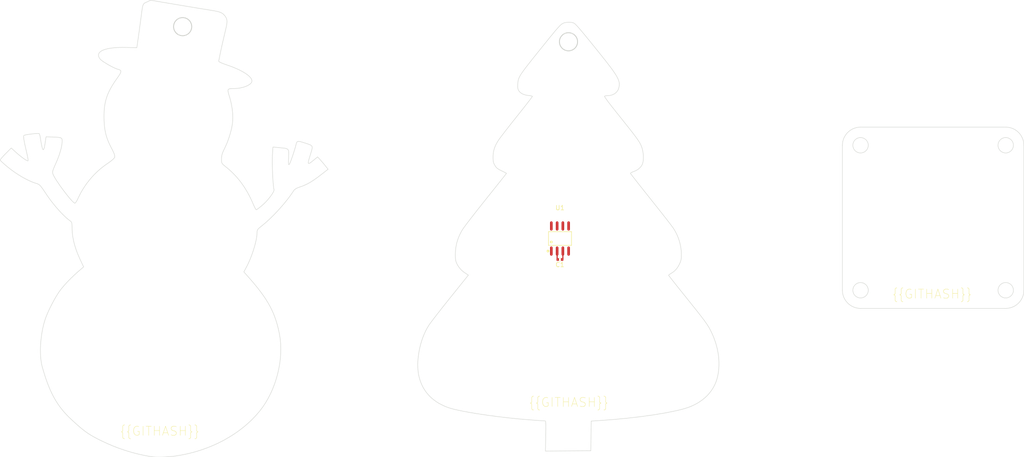
<source format=kicad_pcb>
(kicad_pcb (version 20221018) (generator pcbnew)
  (layers (0 "F.Cu" signal) (31 "B.Cu" signal) (34 "B.Paste" user) (35 "F.Paste" user) (36 "B.SilkS" user "B.Silkscreen") (37 "F.SilkS" user "F.Silkscreen") (38 "B.Mask" user) (39 "F.Mask" user) (44 "Edge.Cuts" user))
  (net 0 "")
  (net 1 "tx")
  (net 2 "gnd")
  (net 3 "vcc")
  (net 4 "rx")
  (net 5 "canh")
  (net 6 "canl")
  (net 7 "vref")
  (footprint "lib:C0402" (layer "F.Cu") (at 159.342691 106.996775 180)
    (fp_text reference "C1" (at 0 -1.16) (layer "F.SilkS"))
    (fp_text value "16V 100nF X7R ±10% 0402  Multilayer Ceramic Capacitors MLCC - SMD/SMT ROHS")
    (fp_line (start -0.107836 -0.36) (end 0.107836 -0.36) (stroke (width 0.12)) (layer "F.SilkS"))
    (fp_line (start -0.107836 0.36) (end 0.107836 0.36) (stroke (width 0.12)) (layer "F.SilkS"))
    (pad "1" smd roundrect (at -0.48 0 180) (size 0.56 0.62) (layers "F.Cu" "F.Paste" "F.Mask") (net 3 "vcc"))
    (pad "2" smd roundrect (at 0.48 0 180) (size 0.56 0.62) (layers "F.Cu" "F.Paste" "F.Mask") (net 2 "gnd"))
  )
  (footprint "lib:SOIC-8_L4.9-W3.9-P1.27-LS6.0-BL" (layer "F.Cu") (at 159.355 102.37)
    (fp_text reference "U1" (at 0 -6.77) (layer "F.SilkS"))
    (fp_text value "")
    (fp_line (start -2.53 -1.52) (end 2.53 -1.52) (stroke (width 0.15)) (layer "F.SilkS"))
    (fp_line (start -2.53 1.52) (end -2.53 -1.52) (stroke (width 0.15)) (layer "F.SilkS"))
    (fp_line (start 2.53 -1.52) (end 2.53 1.52) (stroke (width 0.15)) (layer "F.SilkS"))
    (fp_line (start 2.53 1.52) (end -2.53 1.52) (stroke (width 0.15)) (layer "F.SilkS"))
    (fp_circle (center -2.65 2.77) (end -2.5 2.77) (stroke (width 0.3)) (fill none) (layer "F.SilkS"))
    (fp_circle (center -1.91 0.77) (end -1.76 0.77) (stroke (width 0.3)) (fill none) (layer "F.SilkS"))
    (pad "1" smd oval (at -1.91 2.77) (size 0.59 2.05) (layers "F.Cu" "F.Paste" "F.Mask") (net 1 "tx"))
    (pad "2" smd oval (at -0.63 2.77) (size 0.59 2.05) (layers "F.Cu" "F.Paste" "F.Mask") (net 2 "gnd"))
    (pad "3" smd oval (at 0.63 2.77) (size 0.59 2.05) (layers "F.Cu" "F.Paste" "F.Mask") (net 3 "vcc"))
    (pad "4" smd oval (at 1.9 2.77) (size 0.59 2.05) (layers "F.Cu" "F.Paste" "F.Mask") (net 4 "rx"))
    (pad "5" smd oval (at 1.9 -2.77) (size 0.59 2.05) (layers "F.Cu" "F.Paste" "F.Mask") (net 7 "vref"))
    (pad "6" smd oval (at 0.63 -2.77) (size 0.59 2.05) (layers "F.Cu" "F.Paste" "F.Mask") (net 6 "canl"))
    (pad "7" smd oval (at -0.63 -2.77) (size 0.59 2.05) (layers "F.Cu" "F.Paste" "F.Mask") (net 5 "canh"))
    (pad "8" smd oval (at -1.91 -2.77) (size 0.59 2.05) (layers "F.Cu" "F.Paste" "F.Mask") (net 2 "gnd"))
  )
  (gr_circle (center 225.62 81.79) (end 227.32 81.79) (stroke (width 0.1)) (fill none) (layer "Edge.Cuts"))
  (gr_circle (center 257.62 113.79) (end 259.32 113.79) (stroke (width 0.1)) (fill none) (layer "Edge.Cuts"))
  (gr_circle (center 257.62 81.79) (end 259.32 81.79) (stroke (width 0.1)) (fill none) (layer "Edge.Cuts"))
  (gr_poly (pts (xy 75.142222 50.797022) (xy 79.756606 51.568267) (xy 82.366969 51.99203) (xy 83.019066 52.095762) (xy 83.303876 52.146979) (xy 83.563537 52.198618) (xy 83.799806 52.251323) (xy 84.01444 52.305736) (xy 84.209196 52.362498) (xy 84.385831 52.422252) (xy 84.546102 52.485641) (xy 84.691766 52.553306) (xy 84.824581 52.62589) (xy 84.946303 52.704035) (xy 85.05869 52.788383) (xy 85.163499 52.879577) (xy 85.262486 52.978258) (xy 85.357409 53.08507) (xy 85.479286 53.234958) (xy 85.586233 53.378736) (xy 85.634185 53.44915) (xy 85.678498 53.519015) (xy 85.719202 53.588656) (xy 85.75633 53.658402) (xy 85.789911 53.728576) (xy 85.819976 53.799506) (xy 85.846558 53.871517) (xy 85.869686 53.944936) (xy 85.889392 54.020089) (xy 85.905707 54.097301) (xy 85.918662 54.176899) (xy 85.928287 54.259209) (xy 85.934615 54.344557) (xy 85.937675 54.433269) (xy 85.937499 54.525672) (xy 85.934119 54.62209) (xy 85.927564 54.722851) (xy 85.917866 54.82828) (xy 85.889166 55.054449) (xy 85.848266 55.303204) (xy 85.795414 55.577155) (xy 85.730859 55.878909) (xy 85.654849 56.211077) (xy 84.878546 59.55341) (xy 84.657875 60.550977) (xy 84.450892 61.532488) (xy 84.331406 62.116419) (xy 84.229648 62.629765) (xy 84.15639 63.017063) (xy 84.122409 63.222849) (xy 84.123062 63.236814) (xy 84.127967 63.251873) (xy 84.137065 63.268001) (xy 84.150302 63.285171) (xy 84.167619 63.303357) (xy 84.188962 63.322534) (xy 84.214273 63.342674) (xy 84.243497 63.363751) (xy 84.313454 63.408613) (xy 84.398381 63.456909) (xy 84.497828 63.50843) (xy 84.611342 63.562966) (xy 84.738473 63.620306) (xy 84.878767 63.680241) (xy 85.031775 63.742561) (xy 85.197043 63.807056) (xy 85.374121 63.873515) (xy 85.562558 63.94173) (xy 85.7619 64.011489) (xy 85.971698 64.082583) (xy 86.585981 64.296029) (xy 87.172975 64.516947) (xy 87.730729 64.744054) (xy 88.257293 64.976069) (xy 88.75072 65.211708) (xy 89.209058 65.449689) (xy 89.63036 65.68873) (xy 90.012676 65.927548) (xy 90.354056 66.16486) (xy 90.652552 66.399385) (xy 90.906214 66.629839) (xy 91.113092 66.85494) (xy 91.271238 67.073405) (xy 91.378702 67.283953) (xy 91.412819 67.385857) (xy 91.433535 67.485301) (xy 91.440605 67.582123) (xy 91.433787 67.676165) (xy 91.41712 67.753004) (xy 91.390362 67.829368) (xy 91.35383 67.905131) (xy 91.307839 67.980165) (xy 91.252707 68.054343) (xy 91.188749 68.12754) (xy 91.116281 68.199626) (xy 91.03562 68.270477) (xy 90.947082 68.339964) (xy 90.850984 68.407961) (xy 90.747641 68.47434) (xy 90.637371 68.538975) (xy 90.520488 68.601739) (xy 90.39731 68.662505) (xy 90.268153 68.721145) (xy 90.133332 68.777534) (xy 89.993165 68.831543) (xy 89.847967 68.883047) (xy 89.543745 68.978027) (xy 89.223197 69.06146) (xy 88.888852 69.132329) (xy 88.54324 69.189618) (xy 88.188892 69.232313) (xy 88.009232 69.24787) (xy 87.828337 69.259397) (xy 87.646523 69.266767) (xy 87.464106 69.269854) (xy 87.202959 69.272042) (xy 86.97453 69.277492) (xy 86.777472 69.288473) (xy 86.690288 69.296746) (xy 86.610443 69.307253) (xy 86.537768 69.320276) (xy 86.472096 69.3361) (xy 86.413258 69.355009) (xy 86.361087 69.377285) (xy 86.315414 69.403211) (xy 86.276071 69.433073) (xy 86.24289 69.467154) (xy 86.215703 69.505736) (xy 86.194342 69.549103) (xy 86.178638 69.59754) (xy 86.168424 69.65133) (xy 86.163532 69.710755) (xy 86.163793 69.776101) (xy 86.169039 69.847649) (xy 86.179102 69.925685) (xy 86.193814 70.010491) (xy 86.236514 70.20155) (xy 86.295792 70.423093) (xy 86.370304 70.677389) (xy 86.458705 70.966708) (xy 86.582128 71.384478) (xy 86.694998 71.803093) (xy 86.797211 72.221567) (xy 86.888665 72.638919) (xy 86.969257 73.054166) (xy 87.038885 73.466323) (xy 87.097447 73.874409) (xy 87.144838 74.277439) (xy 87.180958 74.674432) (xy 87.205702 75.064404) (xy 87.21897 75.446371) (xy 87.220657 75.819352) (xy 87.210662 76.182361) (xy 87.188881 76.534418) (xy 87.155212 76.874538) (xy 87.109553 77.201739) (xy 86.986123 77.871628) (xy 86.830027 78.558912) (xy 86.643845 79.255662) (xy 86.430157 79.953949) (xy 86.19154 80.645848) (xy 85.930575 81.323429) (xy 85.649841 81.978766) (xy 85.351916 82.60393) (xy 85.189192 82.938586) (xy 85.118752 83.093315) (xy 85.055229 83.240939) (xy 84.998352 83.382431) (xy 84.947849 83.518761) (xy 84.903447 83.650903) (xy 84.864875 83.779828) (xy 84.831859 83.906506) (xy 84.804129 84.031911) (xy 84.781412 84.157013) (xy 84.763435 84.282785) (xy 84.749927 84.410197) (xy 84.740615 84.540223) (xy 84.735228 84.673833) (xy 84.733493 84.811999) (xy 84.736223 85.129082) (xy 84.741369 85.261496) (xy 84.750575 85.379459) (xy 84.764997 85.485194) (xy 84.774524 85.534172) (xy 84.785789 85.580928) (xy 84.798934 85.625739) (xy 84.814106 85.668884) (xy 84.831447 85.710641) (xy 84.851104 85.751288) (xy 84.873219 85.791103) (xy 84.897937 85.830364) (xy 84.925403 85.869349) (xy 84.955761 85.908337) (xy 84.989155 85.947605) (xy 85.02573 85.987432) (xy 85.109 86.069873) (xy 85.206725 86.157886) (xy 85.320061 86.253696) (xy 85.598185 86.477602) (xy 86.096863 86.886277) (xy 86.577755 87.306529) (xy 87.04138 87.739064) (xy 87.488258 88.184586) (xy 87.918909 88.6438) (xy 88.333852 89.117412) (xy 88.733607 89.606125) (xy 89.118694 90.110646) (xy 89.489632 90.631678) (xy 89.846941 91.169927) (xy 90.19114 91.726098) (xy 90.52275 92.300895) (xy 90.84229 92.895024) (xy 91.150279 93.509189) (xy 91.447237 94.144095) (xy 91.733683 94.800448) (xy 91.84059 95.047283) (xy 91.945802 95.277558) (xy 92.046625 95.486234) (xy 92.140364 95.668271) (xy 92.224324 95.818627) (xy 92.295813 95.932265) (xy 92.326039 95.973739) (xy 92.352136 96.004143) (xy 92.373767 96.022848) (xy 92.382804 96.027616) (xy 92.390597 96.029223) (xy 92.399173 96.028006) (xy 92.410522 96.024397) (xy 92.441219 96.010237) (xy 92.482045 95.987221) (xy 92.53236 95.955824) (xy 92.591521 95.916524) (xy 92.658887 95.869798) (xy 92.815666 95.755976) (xy 92.997564 95.618173) (xy 93.199447 95.460204) (xy 93.416182 95.285885) (xy 93.642634 95.099032) (xy 93.891007 94.882848) (xy 94.141366 94.648628) (xy 94.390948 94.400061) (xy 94.636991 94.140836) (xy 94.87673 93.874641) (xy 95.107403 93.605164) (xy 95.326247 93.336095) (xy 95.530498 93.071122) (xy 95.717394 92.813933) (xy 95.884171 92.568218) (xy 96.028066 92.337665) (xy 96.146316 92.125962) (xy 96.236159 91.936798) (xy 96.294829 91.773863) (xy 96.311612 91.703383) (xy 96.319566 91.640844) (xy 96.318345 91.586706) (xy 96.307605 91.54143) (xy 96.264441 91.378418) (xy 96.221593 91.121805) (xy 96.138989 90.373142) (xy 96.064068 89.386161) (xy 96.001109 88.251583) (xy 95.954389 87.060129) (xy 95.928186 85.902519) (xy 95.926777 84.869474) (xy 95.95444 84.051714) (xy 96.07471 82.177477) (xy 97.36716 82.304781) (xy 98.13507 82.379263) (xy 98.441266 82.413109) (xy 98.700599 82.449744) (xy 98.916803 82.492956) (xy 99.009898 82.518212) (xy 99.09361 82.546534) (xy 99.168406 82.578395) (xy 99.234753 82.614268) (xy 99.293117 82.654627) (xy 99.343964 82.699946) (xy 99.387763 82.750698) (xy 99.424978 82.807357) (xy 99.456076 82.870396) (xy 99.481525 82.94029) (xy 99.501791 83.017511) (xy 99.51734 83.102533) (xy 99.536155 83.297877) (xy 99.541702 83.530109) (xy 99.537716 83.803018) (xy 99.51607 84.486025) (xy 99.501811 85.019341) (xy 99.495778 85.429631) (xy 99.49953 85.727933) (xy 99.505563 85.838537) (xy 99.514626 85.925284) (xy 99.526915 85.989553) (xy 99.542625 86.032723) (xy 99.551823 86.046828) (xy 99.56195 86.056175) (xy 99.573029 86.060938) (xy 99.585085 86.061289) (xy 99.612224 86.049443) (xy 99.643564 86.022019) (xy 99.679299 85.980395) (xy 99.719623 85.925951) (xy 99.770963 85.835961) (xy 99.83738 85.6921) (xy 100.00736 85.267042) (xy 100.213404 84.699332) (xy 100.439353 84.037526) (xy 100.669049 83.330178) (xy 100.886332 82.625845) (xy 101.075044 81.973082) (xy 101.219027 81.420443) (xy 101.232451 81.367288) (xy 101.246658 81.317349) (xy 101.261814 81.270604) (xy 101.278084 81.227032) (xy 101.295634 81.186611) (xy 101.314631 81.149321) (xy 101.33524 81.115138) (xy 101.357628 81.084043) (xy 101.381959 81.056013) (xy 101.4084 81.031027) (xy 101.437117 81.009064) (xy 101.468275 80.990102) (xy 101.502041 80.974119) (xy 101.538581 80.961095) (xy 101.578059 80.951007) (xy 101.620643 80.943835) (xy 101.666497 80.939556) (xy 101.715788 80.938149) (xy 101.768682 80.939594) (xy 101.825345 80.943867) (xy 101.885942 80.950949) (xy 101.950639 80.960817) (xy 102.019603 80.97345) (xy 102.092998 80.988826) (xy 102.170992 81.006924) (xy 102.253749 81.027723) (xy 102.434219 81.077337) (xy 102.635734 81.137495) (xy 102.859622 81.208025) (xy 103.581471 81.438726) (xy 103.868146 81.535185) (xy 104.108644 81.625316) (xy 104.212356 81.669476) (xy 104.305459 81.713816) (xy 104.388264 81.758923) (xy 104.461082 81.805384) (xy 104.524226 81.853787) (xy 104.578006 81.904719) (xy 104.622735 81.958768) (xy 104.658725 82.01652) (xy 104.686285 82.078563) (xy 104.705729 82.145484) (xy 104.717368 82.217871) (xy 104.721513 82.296311) (xy 104.718476 82.381392) (xy 104.708568 82.4737) (xy 104.692102 82.573823) (xy 104.669388 82.682348) (xy 104.606464 82.926954) (xy 104.522289 83.212218) (xy 104.300158 83.92351) (xy 104.076968 84.658354) (xy 103.993442 84.95378) (xy 103.929762 85.203046) (xy 103.886777 85.407528) (xy 103.865337 85.568604) (xy 103.862962 85.633296) (xy 103.866292 85.687652) (xy 103.875434 85.731846) (xy 103.890492 85.766049) (xy 103.911574 85.790433) (xy 103.938786 85.805172) (xy 103.972234 85.810436) (xy 104.012025 85.806398) (xy 104.058263 85.79323) (xy 104.111056 85.771105) (xy 104.236732 85.700671) (xy 104.3899 85.596472) (xy 104.571411 85.459887) (xy 105.02286 85.095065) (xy 105.918216 84.355181) (xy 106.388476 84.86751) (xy 106.496975 84.987739) (xy 106.625318 85.133369) (xy 106.92254 85.478508) (xy 107.242155 85.858286) (xy 107.546176 86.22806) (xy 108.2336 87.076296) (xy 106.72333 88.254687) (xy 106.031007 88.783192) (xy 105.392025 89.245391) (xy 105.089314 89.453516) (xy 104.796071 89.647331) (xy 104.511007 89.827593) (xy 104.232833 89.995056) (xy 103.960259 90.150478) (xy 103.691998 90.294613) (xy 103.426759 90.428217) (xy 103.163254 90.552046) (xy 102.900193 90.666855) (xy 102.636288 90.773401) (xy 102.370249 90.872439) (xy 102.100787 90.964724) (xy 101.955978 91.013649) (xy 101.818902 91.062832) (xy 101.689432 91.112348) (xy 101.567439 91.162273) (xy 101.452795 91.212683) (xy 101.345371 91.263651) (xy 101.245039 91.315254) (xy 101.151671 91.367567) (xy 101.065138 91.420665) (xy 100.985313 91.474624) (xy 100.912065 91.529517) (xy 100.845269 91.585421) (xy 100.784794 91.642412) (xy 100.730512 91.700563) (xy 100.682296 91.759951) (xy 100.640017 91.82065) (xy 100.313962 92.312951) (xy 99.958065 92.82026) (xy 99.575318 93.339289) (xy 99.168711 93.866747) (xy 98.741234 94.399346) (xy 98.295878 94.933795) (xy 97.835635 95.466804) (xy 97.363494 95.995083) (xy 96.882446 96.515343) (xy 96.395482 97.024295) (xy 95.905593 97.518647) (xy 95.415769 97.995111) (xy 94.929002 98.450396) (xy 94.44828 98.881213) (xy 93.976596 99.284272) (xy 93.51694 99.656283) (xy 93.364132 99.777198) (xy 93.228349 99.887118) (xy 93.108601 99.987555) (xy 93.003899 100.080022) (xy 92.913256 100.166032) (xy 92.835682 100.247098) (xy 92.770188 100.324733) (xy 92.741662 100.362737) (xy 92.715786 100.40045) (xy 92.692435 100.438062) (xy 92.671487 100.475762) (xy 92.652817 100.513738) (xy 92.636302 100.552181) (xy 92.621819 100.591279) (xy 92.609244 100.631221) (xy 92.589322 100.714395) (xy 92.575548 100.803215) (xy 92.566934 100.899195) (xy 92.56249 101.003847) (xy 92.561229 101.118685) (xy 92.548214 101.459191) (xy 92.510172 101.840399) (xy 92.448603 102.257479) (xy 92.365007 102.705605) (xy 92.260885 103.179948) (xy 92.137739 103.675679) (xy 91.997068 104.187971) (xy 91.840373 104.711996) (xy 91.669155 105.242926) (xy 91.484915 105.775933) (xy 91.289154 106.306188) (xy 91.083372 106.828864) (xy 90.86907 107.339132) (xy 90.647749 107.832164) (xy 90.420909 108.303133) (xy 90.190051 108.74721) (xy 89.658061 109.729433) (xy 90.799319 111.025652) (xy 91.552256 111.894452) (xy 92.247519 112.726345) (xy 92.887901 113.52649) (xy 93.476195 114.300047) (xy 94.015193 115.052178) (xy 94.507688 115.788042) (xy 94.956473 116.5128) (xy 95.364341 117.231612) (xy 95.734083 117.949638) (xy 96.068493 118.672038) (xy 96.370364 119.403974) (xy 96.642488 120.150605) (xy 96.887657 120.917091) (xy 97.108665 121.708593) (xy 97.308304 122.530271) (xy 97.489367 123.387286) (xy 97.659586 124.435519) (xy 97.764545 125.512723) (xy 97.805707 126.613102) (xy 97.784533 127.73086) (xy 97.702485 128.860202) (xy 97.561026 129.995332) (xy 97.361618 131.130454) (xy 97.105722 132.259774) (xy 96.794801 133.377494) (xy 96.430316 134.47782) (xy 96.01373 135.554956) (xy 95.546505 136.603107) (xy 95.030102 137.616476) (xy 94.465984 138.589268) (xy 93.855613 139.515689) (xy 93.20045 140.389941) (xy 92.386005 141.350273) (xy 91.510226 142.273552) (xy 90.576227 143.158109) (xy 89.587122 144.002278) (xy 88.546024 144.80439) (xy 87.456048 145.562779) (xy 86.320308 146.275777) (xy 85.141916 146.941716) (xy 83.923988 147.558929) (xy 82.669636 148.125749) (xy 81.381976 148.640508) (xy 80.06412 149.101539) (xy 78.719182 149.507174) (xy 77.350277 149.855747) (xy 75.960518 150.145589) (xy 74.553019 150.375033) (xy 73.862872 150.459306) (xy 73.131633 150.525975) (xy 72.383923 150.574372) (xy 71.644361 150.603827) (xy 70.93757 150.613671) (xy 70.288169 150.603235) (xy 69.720779 150.57185) (xy 69.475532 150.548093) (xy 69.26002 150.518847) (xy 69.260051 150.518832) (xy 67.831835 150.262486) (xy 66.416949 149.953785) (xy 65.016193 149.592984) (xy 63.630368 149.180338) (xy 62.260274 148.716103) (xy 60.90671 148.200532) (xy 59.570477 147.633881) (xy 58.252375 147.016405) (xy 57.283074 146.528505) (xy 56.847829 146.298277) (xy 56.438641 146.072324) (xy 56.050351 145.846994) (xy 55.6778 145.618633) (xy 55.315827 145.383588) (xy 54.959273 145.138205) (xy 54.602979 144.87883) (xy 54.241783 144.601811) (xy 53.870528 144.303492) (xy 53.484054 143.980222) (xy 52.644807 143.244211) (xy 51.682765 142.36455) (xy 51.097036 141.804159) (xy 50.54538 141.238954) (xy 50.025658 140.665073) (xy 49.535731 140.078649) (xy 49.07346 139.475819) (xy 48.636705 138.852719) (xy 48.223328 138.205483) (xy 47.831189 137.530249) (xy 47.458149 136.823151) (xy 47.10207 136.080325) (xy 46.760812 135.297907) (xy 46.432236 134.472032) (xy 46.114202 133.598836) (xy 45.804573 132.674455) (xy 45.501208 131.695024) (xy 45.201968 130.656679) (xy 45.078569 130.147371) (xy 44.978794 129.594224) (xy 44.90231 129.00242) (xy 44.848785 128.377144) (xy 44.817886 127.723579) (xy 44.809281 127.046907) (xy 44.822637 126.352311) (xy 44.857621 125.644974) (xy 44.913901 124.93008) (xy 44.991145 124.212811) (xy 45.089019 123.498351) (xy 45.207191 122.791883) (xy 45.345328 122.098589) (xy 45.503099 121.423652) (xy 45.68017 120.772256) (xy 45.876208 120.149584) (xy 46.005143 119.787909) (xy 46.154924 119.401263) (xy 46.508073 118.570286) (xy 46.917749 117.69111) (xy 47.366047 116.79819) (xy 47.83506 115.92598) (xy 48.306883 115.108937) (xy 48.76361 114.381515) (xy 48.980717 114.062179) (xy 49.187335 113.77817) (xy 49.387433 113.519297) (xy 49.599256 113.255538) (xy 50.056372 112.715109) (xy 50.555279 112.160374) (xy 51.092575 111.594824) (xy 51.664855 111.021952) (xy 52.268718 110.445248) (xy 52.900758 109.868205) (xy 53.557574 109.294314) (xy 54.329783 108.634142) (xy 53.616031 107.110232) (xy 53.390001 106.6154) (xy 53.179365 106.128819) (xy 52.984012 105.650049) (xy 52.803829 105.178652) (xy 52.638704 104.71419) (xy 52.488525 104.256224) (xy 52.353181 103.804315) (xy 52.232559 103.358025) (xy 52.126547 102.916915) (xy 52.035034 102.480548) (xy 51.957906 102.048484) (xy 51.895053 101.620284) (xy 51.846363 101.195511) (xy 51.811722 100.773726) (xy 51.79102 100.35449) (xy 51.784144 99.937365) (xy 51.780657 99.620612) (xy 51.776007 99.482669) (xy 51.769161 99.357285) (xy 51.759927 99.243666) (xy 51.748111 99.141014) (xy 51.733519 99.048534) (xy 51.715958 98.96543) (xy 51.695233 98.890904) (xy 51.671153 98.824161) (xy 51.643523 98.764406) (xy 51.612149 98.71084) (xy 51.576839 98.662669) (xy 51.537399 98.619096) (xy 51.493635 98.579325) (xy 51.445353 98.542559) (xy 51.149902 98.324092) (xy 50.839064 98.073347) (xy 50.514896 97.792628) (xy 50.179453 97.484238) (xy 49.834791 97.150482) (xy 49.482966 96.793665) (xy 49.126033 96.41609) (xy 48.766047 96.020062) (xy 48.405065 95.607885) (xy 48.045142 95.181864) (xy 47.688333 94.744302) (xy 47.336694 94.297504) (xy 46.992281 93.843774) (xy 46.657149 93.385417) (xy 46.333354 92.924737) (xy 46.022952 92.464037) (xy 45.611719 91.844971) (xy 45.279782 91.362091) (xy 45.137757 91.165551) (xy 45.008606 90.995655) (xy 44.89001 90.849933) (xy 44.779654 90.725918) (xy 44.675221 90.621143) (xy 44.574392 90.533138) (xy 44.474852 90.459437) (xy 44.374284 90.397571) (xy 44.27037 90.345073) (xy 44.160793 90.299474) (xy 44.043237 90.258307) (xy 43.915385 90.219103) (xy 43.593888 90.117525) (xy 43.255864 89.996009) (xy 42.903268 89.855657) (xy 42.538058 89.697573) (xy 42.162189 89.522858) (xy 41.777618 89.332616) (xy 41.386301 89.127951) (xy 40.990194 88.909964) (xy 40.591254 88.679759) (xy 40.191438 88.438438) (xy 39.792701 88.187105) (xy 39.396999 87.926862) (xy 39.00629 87.658812) (xy 38.622529 87.384058) (xy 38.247673 87.103703) (xy 37.883677 86.81885) (xy 37.49456 86.502783) (xy 37.131548 86.199554) (xy 36.802586 85.916398) (xy 36.515619 85.660548) (xy 36.278593 85.439239) (xy 36.099452 85.259705) (xy 36.034071 85.187865) (xy 35.986141 85.129182) (xy 35.956654 85.08456) (xy 35.946605 85.054903) (xy 35.948192 85.042433) (xy 35.952903 85.026953) (xy 35.971384 84.987332) (xy 36.001425 84.936776) (xy 36.042403 84.876021) (xy 36.093695 84.805804) (xy 36.154681 84.726859) (xy 36.224736 84.639924) (xy 36.303239 84.545735) (xy 36.389567 84.445026) (xy 36.483097 84.338536) (xy 36.689276 84.11115) (xy 36.916796 83.869466) (xy 37.037003 83.745102) (xy 37.160678 83.619372) (xy 38.374759 82.395922) (xy 39.365809 83.301684) (xy 39.814301 83.698656) (xy 40.266196 84.075272) (xy 40.704205 84.419302) (xy 41.111041 84.718514) (xy 41.469414 84.960676) (xy 41.625024 85.056541) (xy 41.762035 85.133557) (xy 41.878286 85.190195) (xy 41.971615 85.224926) (xy 42.039863 85.236222) (xy 42.063905 85.232603) (xy 42.080867 85.222552) (xy 42.085566 85.215268) (xy 42.089233 85.203934) (xy 42.093537 85.169549) (xy 42.093921 85.120268) (xy 42.090523 85.056964) (xy 42.083485 84.98051) (xy 42.072948 84.891778) (xy 42.059051 84.79164) (xy 42.041937 84.68097) (xy 41.998614 84.43152) (xy 41.944105 84.150408) (xy 41.879534 83.844615) (xy 41.806025 83.52112) (xy 41.578977 82.541169) (xy 41.399614 81.732306) (xy 41.265507 81.079136) (xy 41.174225 80.56626) (xy 41.123338 80.17828) (xy 41.112283 80.026315) (xy 41.110416 79.899799) (xy 41.117432 79.796809) (xy 41.133029 79.71542) (xy 41.156901 79.653706) (xy 41.188746 79.609743) (xy 41.213078 79.592846) (xy 41.252556 79.575085) (xy 41.372962 79.537437) (xy 41.541984 79.497733) (xy 41.751641 79.456905) (xy 42.26094 79.37561) (xy 42.837013 79.301016) (xy 43.416018 79.240586) (xy 43.934111 79.201782) (xy 44.150364 79.192822) (xy 44.327447 79.192067) (xy 44.45738 79.20045) (xy 44.532183 79.218905) (xy 44.538527 79.223215) (xy 44.545097 79.229471) (xy 44.551878 79.23762) (xy 44.558855 79.247608) (xy 44.573336 79.272888) (xy 44.588416 79.304879) (xy 44.603974 79.343154) (xy 44.619887 79.387282) (xy 44.636031 79.436835) (xy 44.652284 79.491383) (xy 44.668525 79.550496) (xy 44.684629 79.613746) (xy 44.700475 79.680703) (xy 44.715939 79.750937) (xy 44.7309 79.82402) (xy 44.745234 79.899521) (xy 44.75882 79.977012) (xy 44.771533 80.056063) (xy 44.946351 81.130774) (xy 45.025944 81.564983) (xy 45.101061 81.931234) (xy 45.172253 82.230134) (xy 45.24007 82.462288) (xy 45.305063 82.628302) (xy 45.336673 82.686696) (xy 45.367783 82.728781) (xy 45.398463 82.754634) (xy 45.428781 82.764331) (xy 45.458807 82.757947) (xy 45.488608 82.735557) (xy 45.518254 82.697238) (xy 45.547814 82.643066) (xy 45.606951 82.487462) (xy 45.666568 82.269351) (xy 45.727218 81.98934) (xy 45.78945 81.648032) (xy 45.853816 81.246035) (xy 46.055377 79.918581) (xy 47.417926 79.96628) (xy 48.109143 79.993687) (xy 48.392021 80.009194) (xy 48.636741 80.027435) (xy 48.846051 80.049559) (xy 49.022696 80.076715) (xy 49.169424 80.110051) (xy 49.288982 80.150717) (xy 49.339431 80.174158) (xy 49.384117 80.199861) (xy 49.423385 80.227972) (xy 49.457577 80.258632) (xy 49.487036 80.291987) (xy 49.512107 80.32818) (xy 49.533132 80.367353) (xy 49.550455 80.409652) (xy 49.575367 80.504197) (xy 49.589592 80.612965) (xy 49.595876 80.737105) (xy 49.596965 80.877764) (xy 49.590289 81.099803) (xy 49.571905 81.336737) (xy 49.542029 81.587807) (xy 49.500879 81.852253) (xy 49.448672 82.129318) (xy 49.385623 82.418243) (xy 49.311951 82.718269) (xy 49.227873 83.028637) (xy 49.133604 83.34859) (xy 49.029362 83.677367) (xy 48.915364 84.014212) (xy 48.791827 84.358364) (xy 48.658967 84.709065) (xy 48.517002 85.065558) (xy 48.366148 85.427082) (xy 48.206622 85.792879) (xy 47.949769 86.374791) (xy 47.755997 86.832451) (xy 47.68104 87.021721) (xy 47.619784 87.188367) (xy 47.571537 87.335205) (xy 47.535609 87.465048) (xy 47.511311 87.580709) (xy 47.497952 87.685002) (xy 47.494842 87.78074) (xy 47.501291 87.870737) (xy 47.516609 87.957807) (xy 47.540106 88.044763) (xy 47.571091 88.134418) (xy 47.608874 88.229586) (xy 47.761079 88.551834) (xy 47.975096 88.939463) (xy 48.241913 89.380584) (xy 48.55252 89.863307) (xy 49.269066 90.905997) (xy 50.052651 91.972411) (xy 50.831193 92.967426) (xy 51.196047 93.408433) (xy 51.532609 93.795921) (xy 51.831869 94.117998) (xy 52.084818 94.362774) (xy 52.282443 94.518359) (xy 52.357694 94.558989) (xy 52.415736 94.572863) (xy 52.426811 94.571375) (xy 52.439084 94.56696) (xy 52.452509 94.559691) (xy 52.467041 94.549641) (xy 52.482633 94.536883) (xy 52.499239 94.521489) (xy 52.516813 94.503532) (xy 52.535309 94.483086) (xy 52.574881 94.435018) (xy 52.617586 94.377866) (xy 52.663055 94.312214) (xy 52.710918 94.238646) (xy 52.760808 94.157745) (xy 52.812354 94.070093) (xy 52.865187 93.976276) (xy 52.918939 93.876875) (xy 52.97324 93.772474) (xy 53.02772 93.663657) (xy 53.082012 93.551007) (xy 53.135745 93.435107) (xy 53.405424 92.869327) (xy 53.69623 92.311615) (xy 54.007442 91.76282) (xy 54.338342 91.223792) (xy 54.688208 90.695381) (xy 55.05632 90.178436) (xy 55.441958 89.673808) (xy 55.844402 89.182347) (xy 56.262932 88.704901) (xy 56.696828 88.242322) (xy 57.145369 87.795459) (xy 57.607836 87.365163) (xy 58.083508 86.952281) (xy 58.571665 86.557666) (xy 59.071586 86.182166) (xy 59.582553 85.826632) (xy 59.914962 85.598282) (xy 60.214172 85.3804) (xy 60.477869 85.17504) (xy 60.595674 85.077698) (xy 60.703732 84.984257) (xy 60.801753 84.894974) (xy 60.889447 84.810106) (xy 60.966524 84.72991) (xy 61.032694 84.654642) (xy 61.087669 84.584559) (xy 61.131158 84.519919) (xy 61.162872 84.460977) (xy 61.182521 84.407992) (xy 61.189444 84.378526) (xy 61.194656 84.347449) (xy 61.198136 84.314702) (xy 61.199864 84.280227) (xy 61.197977 84.205863) (xy 61.188829 84.123892) (xy 61.172254 84.033852) (xy 61.148084 83.935279) (xy 61.116154 83.82771) (xy 61.076297 83.71068) (xy 61.028345 83.583727) (xy 60.972134 83.446388) (xy 60.907495 83.298197) (xy 60.834263 83.138693) (xy 60.75227 82.967412) (xy 60.661351 82.783889) (xy 60.561339 82.587662) (xy 60.452067 82.378268) (xy 60.237971 81.961359) (xy 60.041673 81.555601) (xy 59.862568 81.158484) (xy 59.700049 80.767498) (xy 59.553508 80.380135) (xy 59.422339 79.993885) (xy 59.305935 79.60624) (xy 59.203689 79.21469) (xy 59.114995 78.816725) (xy 59.039245 78.409838) (xy 58.975833 77.991518) (xy 58.924151 77.559256) (xy 58.883594 77.110544) (xy 58.853553 76.642872) (xy 58.833423 76.153731) (xy 58.822596 75.640612) (xy 58.82378 75.019765) (xy 58.843433 74.425285) (xy 58.882591 73.854032) (xy 58.942291 73.302869) (xy 59.023569 72.768658) (xy 59.127459 72.248262) (xy 59.255 71.738542) (xy 59.407225 71.236361) (xy 59.585172 70.73858) (xy 59.789877 70.242062) (xy 60.022374 69.743669) (xy 60.283701 69.240263) (xy 60.574893 68.728705) (xy 60.896986 68.205859) (xy 61.251015 67.668586) (xy 61.638018 67.113749) (xy 61.84244 66.825076) (xy 62.020375 66.566593) (xy 62.17201 66.336298) (xy 62.29753 66.132187) (xy 62.397121 65.95226) (xy 62.470968 65.794512) (xy 62.498296 65.72333) (xy 62.519258 65.656942) (xy 62.533877 65.595098) (xy 62.542176 65.537547) (xy 62.544179 65.484039) (xy 62.539908 65.434323) (xy 62.529387 65.388151) (xy 62.512639 65.34527) (xy 62.489688 65.305431) (xy 62.460556 65.268384) (xy 62.425267 65.233878) (xy 62.383844 65.201662) (xy 62.33631 65.171487) (xy 62.282689 65.143103) (xy 62.157276 65.090703) (xy 62.007792 65.042459) (xy 61.834422 64.996371) (xy 61.657986 64.943069) (xy 61.445562 64.862593) (xy 61.203024 64.758325) (xy 60.93625 64.633653) (xy 60.353499 64.336631) (xy 59.744319 63.998608) (xy 59.155721 63.646664) (xy 58.634716 63.307879) (xy 58.414252 63.151884) (xy 58.228316 63.009334) (xy 58.082783 62.883614) (xy 57.983531 62.778109) (xy 57.869943 62.622242) (xy 57.777351 62.470362) (xy 57.705558 62.322559) (xy 57.654369 62.178917) (xy 57.623588 62.039526) (xy 57.613018 61.904471) (xy 57.622463 61.773839) (xy 57.651728 61.647718) (xy 57.700616 61.526195) (xy 57.768931 61.409356) (xy 57.856477 61.297289) (xy 57.963058 61.190081) (xy 58.088479 61.087819) (xy 58.232542 60.99059) (xy 58.395052 60.89848) (xy 58.575812 60.811578) (xy 58.774627 60.72997) (xy 58.991301 60.653743) (xy 59.225638 60.582984) (xy 59.477441 60.51778) (xy 59.746514 60.458218) (xy 60.032661 60.404385) (xy 60.335687 60.356369) (xy 60.655395 60.314256) (xy 60.991589 60.278134) (xy 61.344073 60.248089) (xy 61.712651 60.224208) (xy 62.097127 60.20658) (xy 62.497305 60.195289) (xy 62.912988 60.190424) (xy 63.343981 60.192072) (xy 63.790088 60.20032) (xy 66.056857 60.258219) (xy 66.273486 58.80189) (xy 66.542465 56.891029) (xy 66.884944 54.341891) (xy 67.190183 52.053843) (xy 67.248082 51.679802) (xy 67.303557 51.37005) (xy 67.359078 51.117137) (xy 67.417116 50.913616) (xy 67.48014 50.752035) (xy 67.55062 50.624945) (xy 67.631027 50.524898) (xy 67.72383 50.444442) (xy 67.831501 50.37613) (xy 67.956508 50.312512) (xy 68.268412 50.169558) (xy 69.100734 49.778315)) (stroke (width 0.1)) (fill none) (layer "Edge.Cuts"))
  (gr_arc (start 261.62 113.79) (mid 260.448427 116.618427) (end 257.62 117.79) (stroke (width 0.1)) (layer "Edge.Cuts"))
  (gr_arc (start 225.62 117.79) (mid 222.791573 116.618427) (end 221.62 113.79) (stroke (width 0.1)) (layer "Edge.Cuts"))
  (gr_line (start 261.62 113.79) (end 261.62 81.79) (stroke (width 0.1)) (layer "Edge.Cuts"))
  (gr_circle (center 161.229974 58.946031) (end 163.229974 58.946031) (stroke (width 0.2)) (fill none) (layer "Edge.Cuts"))
  (gr_line (start 221.62 81.79) (end 221.62 113.79) (stroke (width 0.1)) (layer "Edge.Cuts"))
  (gr_arc (start 257.62 77.79) (mid 260.448427 78.961573) (end 261.62 81.79) (stroke (width 0.1)) (layer "Edge.Cuts"))
  (gr_poly (pts (xy 161.429183 54.643361) (xy 161.588699 54.648976) (xy 161.743405 54.660128) (xy 161.8913 54.67685) (xy 162.030385 54.699174) (xy 162.158659 54.727132) (xy 162.274122 54.760758) (xy 162.374774 54.800082) (xy 162.418214 54.822065) (xy 162.465501 54.850416) (xy 162.517128 54.885713) (xy 162.573587 54.928531) (xy 162.702967 55.039035) (xy 162.857578 55.186538) (xy 163.041357 55.37565) (xy 163.258241 55.610981) (xy 163.512165 55.897139) (xy 163.807067 56.238735) (xy 164.146884 56.640378) (xy 164.53555 57.106678) (xy 164.977005 57.642244) (xy 165.475183 58.251687) (xy 166.657456 59.710639) (xy 168.113864 61.520411) (xy 169.490282 63.25197) (xy 170.562092 64.650979) (xy 170.993296 65.243203) (xy 171.359779 65.7732) (xy 171.665351 66.247941) (xy 171.913823 66.674396) (xy 172.109006 67.059535) (xy 172.254708 67.41033) (xy 172.354741 67.733749) (xy 172.412915 68.036764) (xy 172.433041 68.326344) (xy 172.418927 68.609461) (xy 172.374385 68.893084) (xy 172.303226 69.184183) (xy 172.274597 69.278158) (xy 172.242 69.369887) (xy 172.205507 69.459324) (xy 172.165188 69.546423) (xy 172.121114 69.631137) (xy 172.073357 69.713419) (xy 172.021987 69.793223) (xy 171.967076 69.870502) (xy 171.908694 69.945208) (xy 171.846914 70.017296) (xy 171.781806 70.08672) (xy 171.71344 70.153431) (xy 171.641889 70.217383) (xy 171.567223 70.278531) (xy 171.489513 70.336826) (xy 171.408831 70.392223) (xy 171.325247 70.444674) (xy 171.238833 70.494134) (xy 171.14966 70.540554) (xy 171.057799 70.58389) (xy 170.96332 70.624093) (xy 170.866295 70.661118) (xy 170.766796 70.694917) (xy 170.664893 70.725444) (xy 170.560657 70.752652) (xy 170.45416 70.776495) (xy 170.345472 70.796926) (xy 170.234664 70.813898) (xy 170.121809 70.827364) (xy 170.006976 70.837278) (xy 169.890237 70.843593) (xy 169.771663 70.846262) (xy 169.726607 70.847177) (xy 169.681188 70.849133) (xy 169.590479 70.855957) (xy 169.501974 70.8663) (xy 169.418107 70.879728) (xy 169.378675 70.887463) (xy 169.341315 70.895806) (xy 169.306334 70.904703) (xy 169.274034 70.9141) (xy 169.244721 70.923942) (xy 169.218699 70.934176) (xy 169.196272 70.944746) (xy 169.177745 70.955599) (xy 169.171643 70.965792) (xy 169.172154 70.983757) (xy 169.17922 71.009417) (xy 169.192785 71.042693) (xy 169.239181 71.131786) (xy 169.310885 71.250417) (xy 169.407439 71.397965) (xy 169.528385 71.573811) (xy 169.673265 71.777334) (xy 169.841623 72.007915) (xy 170.246938 72.547768) (xy 170.740668 73.18841) (xy 171.319154 73.924882) (xy 171.978732 74.752222) (xy 174.641332 78.093405) (xy 175.537111 79.246786) (xy 176.200008 80.134787) (xy 176.673118 80.816979) (xy 176.99954 81.352933) (xy 177.222371 81.802218) (xy 177.384708 82.224406) (xy 177.462833 82.472098) (xy 177.531331 82.72855) (xy 177.59016 82.991701) (xy 177.639284 83.259489) (xy 177.678662 83.529854) (xy 177.708257 83.800735) (xy 177.728028 84.070071) (xy 177.737937 84.335802) (xy 177.737946 84.595867) (xy 177.728014 84.848205) (xy 177.708104 85.090755) (xy 177.678176 85.321456) (xy 177.638191 85.538248) (xy 177.588111 85.739069) (xy 177.527896 85.92186) (xy 177.457507 86.084559) (xy 177.391656 86.207668) (xy 177.318059 86.327563) (xy 177.236853 86.444134) (xy 177.148173 86.557272) (xy 177.052156 86.666869) (xy 176.948938 86.772814) (xy 176.838657 86.874999) (xy 176.721448 86.973315) (xy 176.597448 87.067652) (xy 176.466794 87.157903) (xy 176.32962 87.243956) (xy 176.186065 87.325705) (xy 176.036265 87.403039) (xy 175.880355 87.475849) (xy 175.718473 87.544027) (xy 175.550754 87.607462) (xy 175.482045 87.632835) (xy 175.415483 87.658969) (xy 175.351405 87.685667) (xy 175.290146 87.712731) (xy 175.23204 87.739963) (xy 175.177423 87.767164) (xy 175.126631 87.794136) (xy 175.079997 87.820681) (xy 175.037859 87.846601) (xy 175.00055 87.871698) (xy 174.968407 87.895773) (xy 174.941764 87.918629) (xy 174.920956 87.940066) (xy 174.90632 87.959888) (xy 174.898189 87.977896) (xy 174.896668 87.986157) (xy 174.8969 87.993891) (xy 174.922027 88.037315) (xy 174.991394 88.135797) (xy 175.25375 88.486297) (xy 176.209258 89.720013) (xy 177.617844 91.508896) (xy 179.333926 93.666804) (xy 181.092323 95.879526) (xy 182.616098 97.817656) (xy 183.742073 99.272256) (xy 184.307071 100.034388) (xy 184.515284 100.360502) (xy 184.7117 100.694247) (xy 184.896111 101.034954) (xy 185.068309 101.381957) (xy 185.228084 101.734588) (xy 185.375229 102.092181) (xy 185.509535 102.454068) (xy 185.630794 102.819582) (xy 185.738797 103.188056) (xy 185.833335 103.558822) (xy 185.914201 103.931214) (xy 185.981186 104.304563) (xy 186.034081 104.678204) (xy 186.072678 105.051468) (xy 186.096768 105.423689) (xy 186.106143 105.794199) (xy 186.105091 106.172735) (xy 186.095928 106.491761) (xy 186.087599 106.633067) (xy 186.076394 106.764426) (xy 186.062032 106.887483) (xy 186.044229 107.003882) (xy 186.022703 107.115265) (xy 185.997171 107.223277) (xy 185.967351 107.329562) (xy 185.932961 107.435763) (xy 185.893716 107.543524) (xy 185.849336 107.654488) (xy 185.744037 107.892603) (xy 185.654537 108.079442) (xy 185.563285 108.257402) (xy 185.469989 108.426825) (xy 185.374358 108.588053) (xy 185.276102 108.741425) (xy 185.174928 108.887283) (xy 185.070547 109.025968) (xy 184.962667 109.15782) (xy 184.850997 109.283181) (xy 184.735246 109.402392) (xy 184.615122 109.515794) (xy 184.490336 109.623727) (xy 184.360596 109.726532) (xy 184.22561 109.824551) (xy 184.085088 109.918125) (xy 183.938739 110.007593) (xy 183.810996 110.084401) (xy 183.691836 110.159793) (xy 183.583867 110.231854) (xy 183.489696 110.298666) (xy 183.41193 110.358313) (xy 183.380014 110.384851) (xy 183.353176 110.408878) (xy 183.331744 110.430155) (xy 183.316042 110.448443) (xy 183.306397 110.463502) (xy 183.303947 110.469746) (xy 183.303134 110.475092) (xy 183.318272 110.503511) (xy 183.362609 110.567965) (xy 183.532916 110.797359) (xy 183.802115 111.148045) (xy 184.158269 111.604794) (xy 185.08369 112.775559) (xy 186.213672 114.187815) (xy 189.362188 118.120691) (xy 190.402126 119.447898) (xy 191.169656 120.462983) (xy 191.727633 121.251467) (xy 192.13891 121.898876) (xy 192.466342 122.490732) (xy 192.772785 123.112559) (xy 193.051147 123.726705) (xy 193.303988 124.346147) (xy 193.531154 124.969731) (xy 193.732492 125.596305) (xy 193.907848 126.224716) (xy 194.05707 126.853811) (xy 194.180003 127.482437) (xy 194.276494 128.109442) (xy 194.346391 128.733673) (xy 194.389538 129.353977) (xy 194.405784 129.969202) (xy 194.394974 130.578194) (xy 194.356955 131.1798) (xy 194.291575 131.772869) (xy 194.198678 132.356247) (xy 194.078113 132.928782) (xy 193.929544 133.476781) (xy 193.74781 134.009233) (xy 193.533455 134.525547) (xy 193.287022 135.025131) (xy 193.009057 135.507395) (xy 192.700103 135.971748) (xy 192.360704 136.4176) (xy 191.991405 136.844359) (xy 191.592749 137.251434) (xy 191.165282 137.638235) (xy 190.709547 138.004171) (xy 190.226087 138.348651) (xy 189.715449 138.671084) (xy 189.178175 138.970879) (xy 188.61481 139.247446) (xy 188.025897 139.500193) (xy 187.387382 139.730873) (xy 186.62691 139.962173) (xy 185.752713 140.192844) (xy 184.773022 140.421641) (xy 182.530085 140.868622) (xy 179.96395 141.293139) (xy 177.140466 141.685214) (xy 174.125485 142.034872) (xy 170.984858 142.332135) (xy 167.784435 142.567026) (xy 166.231372 142.664027) (xy 166.19247 145.936793) (xy 166.153667 149.209559) (xy 161.14812 149.247553) (xy 156.142551 149.285548) (xy 156.211231 145.955256) (xy 156.23825 144.264273) (xy 156.238691 143.682086) (xy 156.22939 143.24944) (xy 156.209575 142.946836) (xy 156.195482 142.838207) (xy 156.178471 142.754778) (xy 156.158445 142.69411) (xy 156.135307 142.653767) (xy 156.108961 142.631312) (xy 156.079311 142.624308) (xy 155.214992 142.57575) (xy 153.588337 142.458798) (xy 151.746032 142.31468) (xy 150.23476 142.184626) (xy 147.951424 141.950142) (xy 145.645248 141.676286) (xy 143.382545 141.373503) (xy 141.229626 141.052239) (xy 139.252805 140.722941) (xy 137.518395 140.396054) (xy 136.092708 140.082025) (xy 135.042056 139.7913) (xy 134.381421 139.556594) (xy 133.752014 139.295735) (xy 133.153989 139.00888) (xy 132.587501 138.696185) (xy 132.052705 138.357807) (xy 131.549756 137.993902) (xy 131.078809 137.604627) (xy 130.64002 137.190138) (xy 130.233542 136.750592) (xy 129.859531 136.286146) (xy 129.518141 135.796955) (xy 129.209529 135.283176) (xy 128.933847 134.744967) (xy 128.691252 134.182482) (xy 128.481899 133.59588) (xy 128.305942 132.985316) (xy 128.169056 132.349397) (xy 128.072975 131.677754) (xy 128.016707 130.975694) (xy 127.999256 130.248525) (xy 128.019631 129.501555) (xy 128.076838 128.740093) (xy 128.169883 127.969445) (xy 128.297773 127.19492) (xy 128.459515 126.421826) (xy 128.654115 125.65547) (xy 128.880581 124.901161) (xy 129.137918 124.164206) (xy 129.425134 123.449914) (xy 129.741235 122.763591) (xy 130.085228 122.110547) (xy 130.456119 121.496088) (xy 130.678839 121.176405) (xy 131.044408 120.681658) (xy 131.533542 120.036727) (xy 132.126955 119.266491) (xy 133.549488 117.449628) (xy 135.157733 115.430109) (xy 139.156955 110.449519) (xy 138.361812 109.926661) (xy 138.191303 109.808793) (xy 138.024907 109.682349) (xy 137.863136 109.547997) (xy 137.706502 109.406407) (xy 137.555518 109.258246) (xy 137.410696 109.104183) (xy 137.27255 108.944887) (xy 137.141591 108.781027) (xy 137.018333 108.613271) (xy 136.903287 108.442289) (xy 136.796967 108.268748) (xy 136.699885 108.093317) (xy 136.612554 107.916666) (xy 136.535485 107.739462) (xy 136.469192 107.562375) (xy 136.414188 107.386072) (xy 136.393025 107.303561) (xy 136.373683 107.213821) (xy 136.356172 107.117074) (xy 136.340506 107.013541) (xy 136.326696 106.903442) (xy 136.314755 106.786999) (xy 136.296527 106.535963) (xy 136.28592 106.262201) (xy 136.28303 105.96748) (xy 136.287955 105.653567) (xy 136.300792 105.32223) (xy 136.322244 104.998512) (xy 136.354436 104.675622) (xy 136.397314 104.353731) (xy 136.450821 104.033012) (xy 136.514903 103.713637) (xy 136.589505 103.395777) (xy 136.67457 103.079605) (xy 136.770045 102.765293) (xy 136.875873 102.453014) (xy 136.991999 102.142939) (xy 137.118369 101.83524) (xy 137.254926 101.53009) (xy 137.401615 101.227661) (xy 137.558383 100.928125) (xy 137.725172 100.631653) (xy 137.901927 100.338419) (xy 138.126212 100.011097) (xy 138.51292 99.483877) (xy 139.040899 98.784161) (xy 139.688993 97.939352) (xy 141.260913 95.92407) (xy 143.059451 93.657252) (xy 146.236175 89.672407) (xy 147.202546 88.449633) (xy 147.557468 87.987986) (xy 147.556054 87.984938) (xy 147.551858 87.980582) (xy 147.535398 87.968089) (xy 147.508643 87.9508) (xy 147.472146 87.929003) (xy 147.372145 87.873051) (xy 147.239832 87.802557) (xy 147.079641 87.719846) (xy 146.896006 87.62724) (xy 146.693363 87.527063) (xy 146.476146 87.421641) (xy 146.164445 87.267635) (xy 146.029652 87.197126) (xy 145.907363 87.129704) (xy 145.796428 87.064435) (xy 145.695696 87.000386) (xy 145.604016 86.936623) (xy 145.520238 86.872216) (xy 145.443212 86.806229) (xy 145.371787 86.737731) (xy 145.304812 86.665788) (xy 145.241137 86.589467) (xy 145.179611 86.507836) (xy 145.119084 86.419962) (xy 145.058406 86.324911) (xy 144.996425 86.221751) (xy 144.936178 86.116882) (xy 144.882127 86.017884) (xy 144.833953 85.923336) (xy 144.791331 85.831816) (xy 144.753942 85.741904) (xy 144.721463 85.652177) (xy 144.693573 85.561215) (xy 144.669949 85.467596) (xy 144.65027 85.3699) (xy 144.634215 85.266704) (xy 144.621462 85.156587) (xy 144.611688 85.038128) (xy 144.604572 84.909906) (xy 144.599793 84.7705) (xy 144.597029 84.618488) (xy 144.595958 84.452448) (xy 144.599628 84.195279) (xy 144.611925 83.944089) (xy 144.633095 83.698112) (xy 144.663381 83.456583) (xy 144.703029 83.218738) (xy 144.752282 82.983811) (xy 144.811387 82.751037) (xy 144.880586 82.519652) (xy 144.960125 82.28889) (xy 145.050249 82.057986) (xy 145.151202 81.826176) (xy 145.26323 81.592694) (xy 145.386575 81.356776) (xy 145.521483 81.117655) (xy 145.6682 80.874568) (xy 145.826969 80.626749) (xy 146.032392 80.333611) (xy 146.358724 79.892071) (xy 147.30702 78.650511) (xy 148.537667 77.075522) (xy 149.916477 75.340556) (xy 151.237226 73.678901) (xy 152.309769 72.303534) (xy 153.024068 71.357417) (xy 153.212489 71.090004) (xy 153.258499 71.015527) (xy 153.270084 70.983515) (xy 153.265966 70.978423) (xy 153.259854 70.973183) (xy 153.251803 70.967809) (xy 153.241867 70.96231) (xy 153.216558 70.950987) (xy 153.184364 70.939307) (xy 153.14572 70.927361) (xy 153.101062 70.915241) (xy 153.050827 70.903038) (xy 152.995449 70.890845) (xy 152.935366 70.878753) (xy 152.871013 70.866854) (xy 152.802825 70.855239) (xy 152.73124 70.844002) (xy 152.656692 70.833232) (xy 152.579618 70.823023) (xy 152.500454 70.813465) (xy 152.419635 70.804652) (xy 152.231149 70.781807) (xy 152.048915 70.752885) (xy 151.873161 70.717993) (xy 151.704112 70.677241) (xy 151.541996 70.63074) (xy 151.387039 70.578598) (xy 151.239467 70.520925) (xy 151.099507 70.457831) (xy 150.967385 70.389425) (xy 150.843329 70.315816) (xy 150.727564 70.237115) (xy 150.620318 70.153431) (xy 150.521817 70.064872) (xy 150.432287 69.97155) (xy 150.351955 69.873574) (xy 150.281047 69.771052) (xy 150.239903 69.703254) (xy 150.203083 69.636552) (xy 150.170436 69.569895) (xy 150.141808 69.502228) (xy 150.117043 69.432499) (xy 150.095989 69.359654) (xy 150.078492 69.282642) (xy 150.064398 69.200408) (xy 150.053553 69.111901) (xy 150.045804 69.016066) (xy 150.040997 68.911851) (xy 150.038978 68.798203) (xy 150.039593 68.674069) (xy 150.042688 68.538396) (xy 150.04811 68.39013) (xy 150.055705 68.22822) (xy 150.072415 67.962758) (xy 150.098332 67.715002) (xy 150.116664 67.59479) (xy 150.139604 67.475438) (xy 150.16792 67.355755) (xy 150.202381 67.234552) (xy 150.243756 67.110641) (xy 150.292814 66.982832) (xy 150.350322 66.849936) (xy 150.41705 66.710763) (xy 150.493766 66.564125) (xy 150.58124 66.408832) (xy 150.680239 66.243695) (xy 150.791532 66.067525) (xy 150.915888 65.879133) (xy 151.054076 65.677329) (xy 151.375022 65.228731) (xy 151.760519 64.712216) (xy 152.216716 64.11827) (xy 152.749763 63.437382) (xy 153.365808 62.660036) (xy 154.871494 60.777918) (xy 157.351611 57.70227) (xy 158.182147 56.694478) (xy 158.801918 55.969401) (xy 159.257611 55.474061) (xy 159.595914 55.15548) (xy 159.735634 55.045918) (xy 159.863513 54.960679) (xy 160.107097 54.83668) (xy 160.2199 54.793912) (xy 160.345893 54.756391) (xy 160.483077 54.724149) (xy 160.629452 54.697218) (xy 160.783018 54.67563) (xy 160.941774 54.659418) (xy 161.10372 54.648615) (xy 161.266857 54.643252)) (stroke (width 0.1)) (fill none) (layer "Edge.Cuts"))
  (gr_line (start 257.62 77.79) (end 225.62 77.79) (stroke (width 0.1)) (layer "Edge.Cuts"))
  (gr_arc (start 221.62 81.79) (mid 222.791573 78.961573) (end 225.62 77.79) (stroke (width 0.1)) (layer "Edge.Cuts"))
  (gr_circle (center 225.62 113.79) (end 227.32 113.79) (stroke (width 0.1)) (fill none) (layer "Edge.Cuts"))
  (gr_circle (center 76.165146 55.61107) (end 78.165146 55.61107) (stroke (width 0.2)) (fill none) (layer "Edge.Cuts"))
  (gr_line (start 225.62 117.79) (end 257.62 117.79) (stroke (width 0.1)) (layer "Edge.Cuts"))
  (gr_text "{{GITHASH}}" (at 152.4 139.7) (layer "F.SilkS") (effects (font (size 2 2) (thickness 0.1)) (justify left bottom)))
  (gr_text "{{GITHASH}}" (at 62.23 146.05) (layer "F.SilkS") (effects (font (size 2 2) (thickness 0.1)) (justify left bottom)))
  (gr_text "{{GITHASH}}" (at 232.508427 115.791573) (layer "F.SilkS") (effects (font (size 2 2) (thickness 0.1)) (justify left bottom)))
  (segment (start 158.725 106.859084) (end 158.862691 106.996775) (width 0.25) (layer "F.Cu") (net 2))
  (segment (start 158.725 105.14) (end 158.725 106.859084) (width 0.25) (layer "F.Cu") (net 2))
  (segment (start 159.991076 106.82839) (end 159.991076 105.146076) (width 0.25) (layer "F.Cu") (net 3))
  (segment (start 159.991076 105.146076) (end 159.985 105.14) (width 0.25) (layer "F.Cu") (net 3))
  (segment (start 159.822691 106.996775) (end 159.991076 106.82839) (width 0.25) (layer "F.Cu") (net 3))
)
</source>
